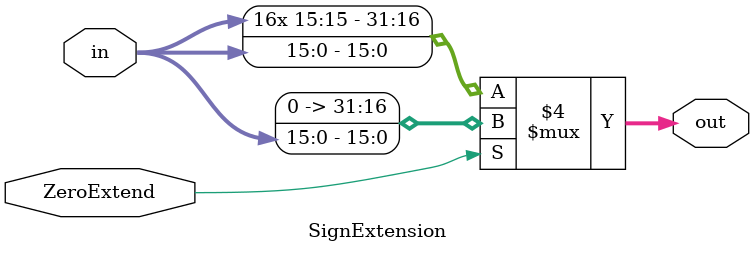
<source format=v>
`timescale 1ns / 1ps
module SignExtension(in, out, ZeroExtend);

    /* A 16-Bit input word */
    input [15:0] in;
    
    /* A 32-Bit output word */
    output [31:0] out;
    
    //A control signal to either zero extend or sign extend
    input ZeroExtend;
    
    /* Fill in the implementation here ... */
    reg[31:0] out;
    wire[15:0] in;
    
    always @(in)
    begin
        if(ZeroExtend == 0) begin
            out[31:0] <= { {16{in[15]}}, in[15:0]};
        end
        else out[31:0] <= { 16'b0, in[15:0]};
    end

endmodule
</source>
